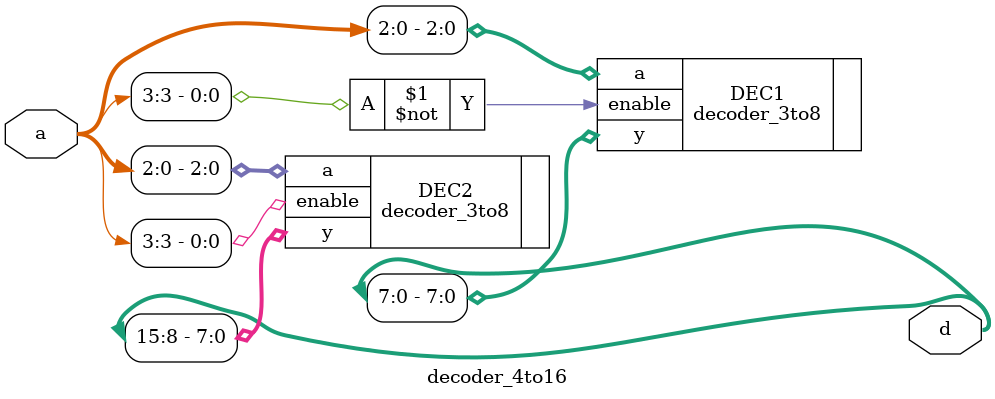
<source format=v>
module decoder_4to16
	(input [3:0] a,
	 output [15:0] d
	);
	
	decoder_3to8 DEC1 (
		.a(a[2:0]),
		.enable(~a[3]),
		.y(d[7:0])
	);
	
	decoder_3to8 DEC2 (
		.a(a[2:0]),
		.enable(a[3]),
		.y(d[15:8])
	);
	
endmodule

</source>
